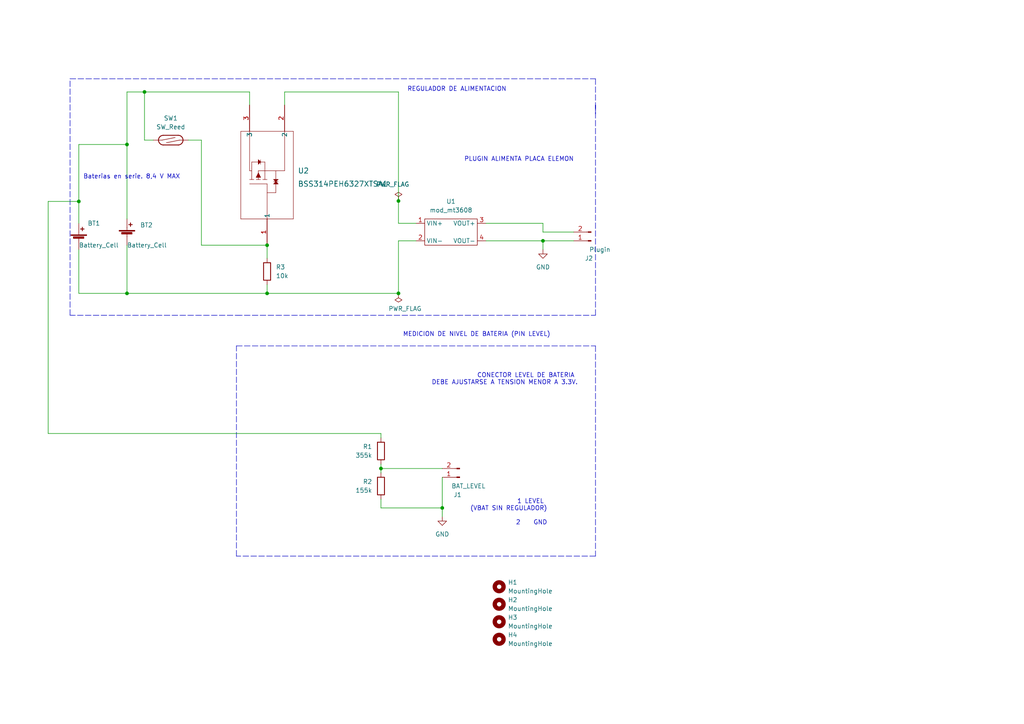
<source format=kicad_sch>
(kicad_sch (version 20211123) (generator eeschema)
  (paper "A4")
  (title_block (title "Simo bateria, PCB de conexion") (date "2022-07-07") (rev "0002") (company "I.N.T.I") (comment 1 "Revisor: Gustavo Rodriguez") (comment 2 "Autor:   German Velardez") (comment 3 "Licencia: CERN Open Hardware Licence Version 2") (comment 4 "Placa de conexion para elementos de la bateria."))
  (lib_symbols
    (symbol "Device:Battery_Cell" (pin_numbers hide) (pin_names (offset 0) hide)
      (property "Reference" "BT" (at 2.54 2.54 0))
      (property "Value" "Battery_Cell" (at 2.54 0 0))
      (symbol "Battery_Cell_0_1"
        (rectangle (start -2.286 1.778) (end 2.286 1.524) (fill (type outline)))
        (rectangle (start -1.5748 1.1938) (end 1.4732 0.6858) (fill (type outline)))
        (polyline (pts (xy 0 0.762) (xy 0 0)))
        (polyline (pts (xy 0 1.778) (xy 0 2.54)))
        (polyline (pts (xy 0.508 3.429) (xy 1.524 3.429)) (stroke (width 0.254)))
        (polyline (pts (xy 1.016 3.937) (xy 1.016 2.921)) (stroke (width 0.254)))
      )
      (symbol "Battery_Cell_1_1"
        (pin passive line (at 0 5.08 270) (length 2.54) (name "+") (number "1"))
        (pin passive line (at 0 -2.54 90) (length 2.54) (name "-") (number "2"))
      )
    )
    (symbol "Device:R" (pin_numbers hide) (pin_names (offset 0))
      (property "Reference" "R" (at 2.032 0 90))
      (property "Value" "R" (at 0 0 90))
      (symbol "R_0_1"
        (rectangle (start -1.016 -2.54) (end 1.016 2.54) (stroke (width 0.254)))
      )
      (symbol "R_1_1"
        (pin passive line (at 0 3.81 270) (length 1.27) (name "~") (number "1"))
        (pin passive line (at 0 -3.81 90) (length 1.27) (name "~") (number "2"))
      )
    )
    (symbol "Switch:SW_Reed" (pin_numbers hide) (pin_names (offset 0) hide)
      (property "Reference" "SW" (at 0 2.54 0))
      (property "Value" "SW_Reed" (at 0 -2.54 0))
      (symbol "SW_Reed_0_0"
        (arc (start -2.159 1.397) (mid -3.556 0) (end -2.159 -1.397) (stroke (width 0.254)))
        (polyline (pts (xy -2.54 0) (xy 1.27 0.762)))
        (polyline (pts (xy -2.159 -1.397) (xy 2.286 -1.397)) (stroke (width 0.254)))
        (polyline (pts (xy 2.159 1.397) (xy -2.159 1.397)) (stroke (width 0.254)))
        (polyline (pts (xy 2.54 0) (xy -1.27 -0.762)))
        (arc (start 2.159 -1.397) (mid 3.556 0) (end 2.159 1.397) (stroke (width 0.254)))
      )
      (symbol "SW_Reed_1_1"
        (pin passive line (at -5.08 0 0) (length 2.54) (name "1") (number "1"))
        (pin passive line (at 5.08 0 180) (length 2.54) (name "2") (number "2"))
      )
    )
    (symbol "bss314peh627xtsa1ct-nd:BSS314PEH6327XTSA1" (pin_names (offset 0.254))
      (property "Reference" "U" (at 20.32 12.7 0))
      (property "Value" "BSS314PEH6327XTSA1" (at 20.32 10.16 0))
      (symbol "BSS314PEH6327XTSA1_0_1"
        (polyline (pts (xy 7.62 -7.62) (xy 33.02 -7.62)) (stroke (width 0.127)))
        (polyline (pts (xy 7.62 0) (xy 17.78 0)) (stroke (width 0.127)))
        (polyline (pts (xy 7.62 7.62) (xy 7.62 -7.62)) (stroke (width 0.127)))
        (polyline (pts (xy 15.24 0) (xy 15.24 -2.54)) (stroke (width 0.127)))
        (polyline (pts (xy 17.78 -3.175) (xy 19.05 -1.905)) (stroke (width 0.127)))
        (polyline (pts (xy 17.78 -2.54) (xy 15.24 -2.54)) (stroke (width 0.127)))
        (polyline (pts (xy 17.78 -1.905) (xy 17.78 -3.175)) (stroke (width 0.127)))
        (polyline (pts (xy 17.78 -1.905) (xy 19.05 -3.175)) (stroke (width 0.127)))
        (polyline (pts (xy 17.78 5.08) (xy 17.78 0)) (stroke (width 0.127)))
        (polyline (pts (xy 18.415 -1.905) (xy 18.415 -3.175)) (stroke (width 0.127)))
        (polyline (pts (xy 19.05 -2.54) (xy 21.59 -2.54)) (stroke (width 0.127)))
        (polyline (pts (xy 19.05 -1.905) (xy 19.05 -3.175)) (stroke (width 0.127)))
        (polyline (pts (xy 19.05 0.635) (xy 24.13 0.635)) (stroke (width 0.127)))
        (polyline (pts (xy 19.05 1.27) (xy 19.05 0)) (stroke (width 0.127)))
        (polyline (pts (xy 19.05 3.175) (xy 19.05 1.905)) (stroke (width 0.127)))
        (polyline (pts (xy 19.05 4.445) (xy 21.59 4.445)) (stroke (width 0.127)))
        (polyline (pts (xy 19.05 5.08) (xy 19.05 3.81)) (stroke (width 0.127)))
        (polyline (pts (xy 19.685 1.905) (xy 20.955 2.54)) (stroke (width 0.127)))
        (polyline (pts (xy 19.685 2.54) (xy 19.05 2.54)) (stroke (width 0.127)))
        (polyline (pts (xy 19.685 3.175) (xy 19.685 1.905)) (stroke (width 0.127)))
        (polyline (pts (xy 20.955 2.54) (xy 19.685 3.175)) (stroke (width 0.127)))
        (polyline (pts (xy 20.955 2.54) (xy 21.59 2.54)) (stroke (width 0.127)))
        (polyline (pts (xy 21.59 -5.08) (xy 33.02 -5.08)) (stroke (width 0.127)))
        (polyline (pts (xy 21.59 2.54) (xy 21.59 -5.08)) (stroke (width 0.127)))
        (polyline (pts (xy 21.59 4.445) (xy 21.59 5.08)) (stroke (width 0.127)))
        (polyline (pts (xy 21.59 4.445) (xy 24.13 4.445)) (stroke (width 0.127)))
        (polyline (pts (xy 21.59 5.08) (xy 33.02 5.08)) (stroke (width 0.127)))
        (polyline (pts (xy 23.495 1.905) (xy 24.765 1.905)) (stroke (width 0.127)))
        (polyline (pts (xy 23.495 2.54) (xy 24.13 1.905)) (stroke (width 0.127)))
        (polyline (pts (xy 24.13 1.905) (xy 24.13 0.635)) (stroke (width 0.127)))
        (polyline (pts (xy 24.13 1.905) (xy 24.765 2.54)) (stroke (width 0.127)))
        (polyline (pts (xy 24.13 4.445) (xy 24.13 2.54)) (stroke (width 0.127)))
        (polyline (pts (xy 24.765 2.54) (xy 23.495 2.54)) (stroke (width 0.127)))
        (polyline (pts (xy 33.02 -7.62) (xy 33.02 7.62)) (stroke (width 0.127)))
        (polyline (pts (xy 33.02 7.62) (xy 7.62 7.62)) (stroke (width 0.127)))
        (polyline (pts (xy 19.685 3.175) (xy 19.685 1.905) (xy 20.955 2.54)) (fill (type outline)))
        (polyline (pts (xy 23.495 2.54) (xy 24.765 2.54) (xy 24.13 1.905)) (fill (type outline)))
        (polyline (pts (xy 17.78 -1.905) (xy 17.78 -3.175) (xy 19.05 -1.905) (xy 19.05 -3.175)) (fill (type outline)))
        (pin unspecified line (at 0 0 0) (length 7.62) (name "1") (number "1"))
        (pin unspecified line (at 40.64 -5.08 180) (length 7.62) (name "2") (number "2"))
        (pin unspecified line (at 40.64 5.08 180) (length 7.62) (name "3") (number "3"))
      )
    )
    (symbol "power:GND" (power) (pin_names (offset 0))
      (property "Value" "GND" (at 0 -3.81 0))
      (symbol "GND_0_1"
        (polyline (pts (xy 0 0) (xy 0 -1.27) (xy 1.27 -1.27) (xy 0 -2.54) (xy -1.27 -1.27) (xy 0 -1.27)))
      )
      (symbol "GND_1_1"
        (pin power_in line (at 0 0 270) (length 0) hide (name "GND") (number "1"))
      )
    )
    (symbol "power:PWR_FLAG" (power) (pin_numbers hide) (pin_names (offset 0) hide)
      (property "Value" "PWR_FLAG" (at 0 3.81 0))
      (symbol "PWR_FLAG_0_0"
        (pin power_out line (at 0 0 90) (length 0) (name "pwr") (number "1"))
      )
      (symbol "PWR_FLAG_0_1"
        (polyline (pts (xy 0 0) (xy 0 1.27) (xy -1.016 1.905) (xy 0 2.54) (xy 1.016 1.905) (xy 0 1.27)))
      )
    )
    (symbol "simo_bateria:Conn_01x02_Male" (pin_names (offset 1.016) hide)
      (property "Reference" "J1" (at 1.143 0.6351 90))
      (property "Value" "Conn_01x02_Male" (at 1.143 -1.9049 90))
      (symbol "Conn_01x02_Male_1_1"
        (polyline (pts (xy 1.27 -2.54) (xy 0.8636 -2.54)) (stroke (width 0.1524)))
        (polyline (pts (xy 1.27 0) (xy 0.8636 0)) (stroke (width 0.1524)))
        (rectangle (start 0.8636 -2.413) (end 0 -2.667) (stroke (width 0.1524)) (fill (type outline)))
        (rectangle (start 0.8636 0.127) (end 0 -0.127) (stroke (width 0.1524)) (fill (type outline)))
        (pin passive line (at 5.08 0 180) (length 3.81) (name "Pin_1") (number "1"))
        (pin passive line (at 5.08 -2.54 180) (length 3.81) (name "Pin_2") (number "2"))
      )
    )
    (symbol "simo_bateria:MountingHole" (pin_names (offset 1.016))
      (property "Reference" "H?" (at 2.54 1.2701 0))
      (property "Value" "MountingHole" (at 2.54 -1.2699 0))
      (symbol "MountingHole_0_1"
        (circle (center 0 0) (radius 1.27) (stroke (width 1.27)))
      )
    )
    (symbol "simo_bateria:mod_mt3608"
      (property "Reference" "U" (at -1.27 7.62 0))
      (property "Value" "mod_mt3608" (at 0 5.08 0))
      (symbol "mod_mt3608_0_1"
        (rectangle (start -7.62 3.81) (end 7.62 -3.81))
      )
      (symbol "mod_mt3608_1_1"
        (pin input line (at -10.16 2.54 0) (length 2.54) (name "VIN+") (number "1"))
        (pin input line (at -10.16 -2.54 0) (length 2.54) (name "VIN-") (number "2"))
        (pin output line (at 10.16 2.54 180) (length 2.54) (name "VOUT+") (number "3"))
        (pin output line (at 10.16 -2.54 180) (length 2.54) (name "VOUT-") (number "4"))
      )
    )
  )
  (junction (at 77.47 71.12))
  (junction (at 115.57 58.293))
  (junction (at 22.86 58.42))
  (junction (at 110.49 135.89))
  (junction (at 41.91 26.67))
  (junction (at 36.83 41.91))
  (junction (at 77.47 85.09))
  (junction (at 128.27 147.32))
  (junction (at 115.57 85.09))
  (junction (at 36.83 85.09))
  (junction (at 157.48 69.85))
  (polyline (pts (xy 68.58 100.33) (xy 172.72 100.33)))
  (wire (pts (xy 115.57 69.85) (xy 120.65 69.85)))
  (wire (pts (xy 13.97 125.73) (xy 110.49 125.73)))
  (wire (pts (xy 41.91 40.64) (xy 44.45 40.64)))
  (wire (pts (xy 82.55 26.67) (xy 115.57 26.67)))
  (wire (pts (xy 110.49 125.73) (xy 110.49 127)))
  (wire (pts (xy 157.48 67.31) (xy 157.48 64.77)))
  (wire (pts (xy 36.83 41.91) (xy 36.83 63.5)))
  (wire (pts (xy 110.49 135.89) (xy 110.49 137.16)))
  (wire (pts (xy 110.49 144.78) (xy 110.49 147.32)))
  (wire (pts (xy 22.86 72.39) (xy 22.86 85.09)))
  (wire (pts (xy 36.83 71.12) (xy 36.83 85.09)))
  (polyline (pts (xy 69.85 91.44) (xy 20.32 91.44)))
  (polyline (pts (xy 20.32 91.44) (xy 20.32 22.86)))
  (wire (pts (xy 128.27 135.89) (xy 110.49 135.89)))
  (wire (pts (xy 77.47 85.09) (xy 115.57 85.09)))
  (wire (pts (xy 22.86 85.09) (xy 36.83 85.09)))
  (wire (pts (xy 58.42 40.64) (xy 58.42 71.12)))
  (wire (pts (xy 41.91 26.67) (xy 41.91 40.64)))
  (polyline (pts (xy 172.72 22.86) (xy 172.72 33.02)))
  (wire (pts (xy 115.57 26.67) (xy 115.57 58.293)))
  (wire (pts (xy 77.47 71.12) (xy 77.47 74.93)))
  (wire (pts (xy 36.83 26.67) (xy 41.91 26.67)))
  (wire (pts (xy 110.49 134.62) (xy 110.49 135.89)))
  (wire (pts (xy 140.97 64.77) (xy 157.48 64.77)))
  (polyline (pts (xy 172.72 161.29) (xy 68.58 161.29)))
  (polyline (pts (xy 172.72 100.33) (xy 172.72 161.29)))
  (polyline (pts (xy 20.32 22.86) (xy 172.72 22.86)))
  (wire (pts (xy 72.39 26.67) (xy 72.39 30.48)))
  (wire (pts (xy 36.83 26.67) (xy 36.83 41.91)))
  (wire (pts (xy 22.86 41.91) (xy 36.83 41.91)))
  (wire (pts (xy 157.48 72.39) (xy 157.48 69.85)))
  (wire (pts (xy 157.48 69.85) (xy 166.37 69.85)))
  (wire (pts (xy 58.42 40.64) (xy 54.61 40.64)))
  (wire (pts (xy 157.48 67.31) (xy 166.37 67.31)))
  (wire (pts (xy 115.57 58.293) (xy 115.57 64.77)))
  (polyline (pts (xy 68.58 161.29) (xy 68.58 100.33)))
  (wire (pts (xy 115.57 69.85) (xy 115.57 85.09)))
  (polyline (pts (xy 172.72 91.44) (xy 172.72 30.48)))
  (wire (pts (xy 22.86 58.42) (xy 22.86 64.77)))
  (polyline (pts (xy 68.58 91.44) (xy 172.72 91.44)))
  (wire (pts (xy 140.97 69.85) (xy 157.48 69.85)))
  (wire (pts (xy 115.57 64.77) (xy 120.65 64.77)))
  (wire (pts (xy 22.86 41.91) (xy 22.86 58.42)))
  (polyline (pts (xy 172.72 30.48) (xy 172.72 31.75)))
  (wire (pts (xy 36.83 85.09) (xy 77.47 85.09)))
  (wire (pts (xy 41.91 26.67) (xy 72.39 26.67)))
  (wire (pts (xy 128.27 147.32) (xy 110.49 147.32)))
  (wire (pts (xy 58.42 71.12) (xy 77.47 71.12)))
  (wire (pts (xy 22.86 58.42) (xy 13.97 58.42)))
  (wire (pts (xy 77.47 82.55) (xy 77.47 85.09)))
  (wire (pts (xy 128.27 138.43) (xy 128.27 147.32)))
  (wire (pts (xy 13.97 58.42) (xy 13.97 125.73)))
  (wire (pts (xy 128.27 147.32) (xy 128.27 149.86)))
  (wire (pts (xy 82.55 26.67) (xy 82.55 30.48)))
  (text "MEDICION DE NIVEL DE BATERIA (PIN LEVEL)" (at 116.84 97.79 0) (effects (font (size 1.27 1.27)) (justify left bottom)))
  (text "CONECTOR LEVEL DE BATERIA \nDEBE AJUSTARSE A TENSION MENOR A 3.3V." (at 167.64 111.76 180) (effects (font (size 1.27 1.27)) (justify right bottom)))
  (text "Baterias en serie. 8,4 V MAX" (at 24.13 52.07 0) (effects (font (size 1.27 1.27)) (justify left bottom)))
  (text "1 LEVEL \n(VBAT SIN REGULADOR)\n\n2    GND\n" (at 158.75 152.4 180) (effects (font (size 1.27 1.27)) (justify right bottom)))
  (text "REGULADOR DE ALIMENTACION" (at 118.11 26.67 0) (effects (font (size 1.27 1.27)) (justify left bottom)))
  (text "PLUGIN ALIMENTA PLACA ELEMON" (at 134.62 46.99 0) (effects (font (size 1.27 1.27)) (justify left bottom)))
  (symbol (lib_id "Device:Battery_Cell") (at 22.86 69.85 0) (unit 1)
    (property "Reference" "BT1" (at 25.4 64.77 0) (effects (justify left)))
    (property "Value" "Battery_Cell" (at 22.86 71.12 0) (effects (justify left)))
    (property "Footprint" "simo_bateria:BatteryHolder_MPD_BH-18650-PC2" (effects hide))
    (property "Datasheet" "https://www.memoryprotectiondevices.com/datasheets/BK-18650-PC2-datasheet.pdf" (effects hide))
    (property "Bateria" "https://www.efestpower.com/index.php?ac=article&at=read&did=396" (effects hide))
  )
  (symbol (lib_id "Device:R") (at 110.49 140.97 0) (mirror y) (unit 1)
    (property "Reference" "R2" (at 107.95 139.6999 0) (effects (justify left)))
    (property "Value" "155k" (at 107.95 142.2399 0) (effects (justify left)))
    (property "Footprint" "Resistor_THT:R_Axial_DIN0309_L9.0mm_D3.2mm_P25.40mm_Horizontal" (effects hide))
    (property "Datasheet" "http://www.yageo.ru/pdf/RC0805.pdf" (effects hide))
  )
  (symbol (lib_id "simo_bateria:MountingHole") (at 144.78 185.42 0) (unit 1)
    (property "Reference" "H4" (at 147.32 184.1499 0) (effects (justify left)))
    (property "Value" "MountingHole" (at 147.32 186.6899 0) (effects (justify left)))
    (property "Footprint" "MountingHole:MountingHole_3mm" (effects hide))
  )
  (symbol (lib_id "Device:Battery_Cell") (at 36.83 68.58 0) (unit 1)
    (property "Reference" "BT2" (at 40.64 65.2779 0) (effects (justify left)))
    (property "Value" "Battery_Cell" (at 36.83 71.12 0) (effects (justify left)))
    (property "Footprint" "simo_bateria:BatteryHolder_MPD_BH-18650-PC2" (effects hide))
    (property "Datasheet" "https://www.memoryprotectiondevices.com/datasheets/BK-18650-PC2-datasheet.pdf" (effects hide))
    (property "Bateria" "https://www.efestpower.com/index.php?ac=article&at=read&did=396" (effects hide))
  )
  (symbol (lib_id "Device:R") (at 77.47 78.74 0) (unit 1)
    (property "Reference" "R3" (at 80.01 77.4699 0) (effects (justify left)))
    (property "Value" "10k" (at 80.01 80.0099 0) (effects (justify left)))
    (property "Footprint" "Resistor_THT:R_Axial_DIN0309_L9.0mm_D3.2mm_P25.40mm_Horizontal" (effects hide))
  )
  (symbol (lib_id "Switch:SW_Reed") (at 49.53 40.64 0) (unit 1)
    (property "Reference" "SW1" (at 49.53 34.29 0))
    (property "Value" "SW_Reed" (at 49.53 36.83 0))
    (property "Footprint" "Resistor_THT:R_Axial_DIN0309_L9.0mm_D3.2mm_P25.40mm_Horizontal" (effects hide))
  )
  (symbol (lib_id "bss314peh627xtsa1ct-nd:BSS314PEH6327XTSA1") (at 77.47 71.12 90) (unit 1)
    (property "Reference" "U2" (at 86.36 49.53 90) (effects (font (size 1.524 1.524)) (justify right)))
    (property "Value" "BSS314PEH6327XTSA1" (at 86.36 53.34 90) (effects (font (size 1.524 1.524)) (justify right)))
    (property "Footprint" "simo_bateria:TRANS_BSS314PEH6327XTSA1_INF" (effects hide))
    (property "Datasheet" "BSS314PEH6327XTSA1" (effects hide))
  )
  (symbol (lib_id "power:GND") (at 128.27 149.86 0) (unit 1)
    (property "Reference" "#PWR0102" (effects hide))
    (property "Value" "GND" (at 128.27 154.94 0))
  )
  (symbol (lib_id "Device:R") (at 110.49 130.81 0) (mirror y) (unit 1)
    (property "Reference" "R1" (at 107.95 129.5399 0) (effects (justify left)))
    (property "Value" "355k" (at 107.95 132.0799 0) (effects (justify left)))
    (property "Footprint" "Resistor_THT:R_Axial_DIN0309_L9.0mm_D3.2mm_P25.40mm_Horizontal" (effects hide))
    (property "Datasheet" "http://www.yageo.ru/pdf/RC0805.pdf" (effects hide))
  )
  (symbol (lib_id "power:GND") (at 157.48 72.39 0) (unit 1)
    (property "Reference" "#PWR0101" (effects hide))
    (property "Value" "GND" (at 157.48 77.47 0))
  )
  (symbol (lib_id "power:PWR_FLAG") (at 115.57 58.293 0) (unit 1)
    (property "Reference" "#FLG01" (effects hide))
    (property "Value" "PWR_FLAG" (at 113.919 53.467 0))
  )
  (symbol (lib_id "simo_bateria:MountingHole") (at 144.78 170.18 0) (unit 1)
    (property "Reference" "H1" (at 147.32 168.9099 0) (effects (justify left)))
    (property "Value" "MountingHole" (at 147.32 171.4499 0) (effects (justify left)))
    (property "Footprint" "MountingHole:MountingHole_3mm" (effects hide))
  )
  (symbol (lib_id "simo_bateria:Conn_01x02_Male") (at 171.45 69.85 180) (unit 1)
    (property "Reference" "J2" (at 170.815 74.93 0))
    (property "Value" "Plugin" (at 173.99 72.39 0))
    (property "Footprint" "simo_bateria:JST_EH_B2B-EH-A_1x02_P2.50mm_Vertical" (effects hide))
    (property "Datasheet" "https://www.jst-mfg.com/product/pdf/eng/eEH.pdf" (effects hide))
    (property "Digikey" "455-1611-ND" (effects hide))
    (property "Codigo" "B2B-EH-A(LF)(SN)" (effects hide))
  )
  (symbol (lib_id "simo_bateria:Conn_01x02_Male") (at 133.35 138.43 180) (unit 1)
    (property "Reference" "J1" (at 132.715 143.51 0))
    (property "Value" "BAT_LEVEL" (at 135.89 140.97 0))
    (property "Footprint" "simo_bateria:JST_EH_B2B-EH-A_1x02_P2.50mm_Vertical" (effects hide))
    (property "Datasheet" "https://www.jst-mfg.com/product/pdf/eng/eEH.pdf" (effects hide))
    (property "Codigo" "B2B-EH-A(LF)(SN)" (effects hide))
    (property "Digikey" "455-1611-ND" (effects hide))
  )
  (symbol (lib_id "power:PWR_FLAG") (at 115.57 85.09 180) (unit 1)
    (property "Reference" "#FLG02" (effects hide))
    (property "Value" "PWR_FLAG" (at 112.649 89.535 0) (effects (justify right)))
  )
  (symbol (lib_id "simo_bateria:MountingHole") (at 144.78 180.34 0) (unit 1)
    (property "Reference" "H3" (at 147.32 179.0699 0) (effects (justify left)))
    (property "Value" "MountingHole" (at 147.32 181.6099 0) (effects (justify left)))
    (property "Footprint" "MountingHole:MountingHole_3mm" (effects hide))
  )
  (symbol (lib_id "simo_bateria:MountingHole") (at 144.78 175.26 0) (unit 1)
    (property "Reference" "H2" (at 147.32 173.9899 0) (effects (justify left)))
    (property "Value" "MountingHole" (at 147.32 176.5299 0) (effects (justify left)))
    (property "Footprint" "MountingHole:MountingHole_3mm" (effects hide))
  )
  (symbol (lib_id "simo_bateria:mod_mt3608") (at 130.81 67.31 0) (unit 1)
    (property "Reference" "U1" (at 130.81 58.42 0))
    (property "Value" "mod_mt3608" (at 130.81 60.96 0))
    (property "Footprint" "simo_bateria:mt3608_v2" (effects hide))
  )
)
</source>
